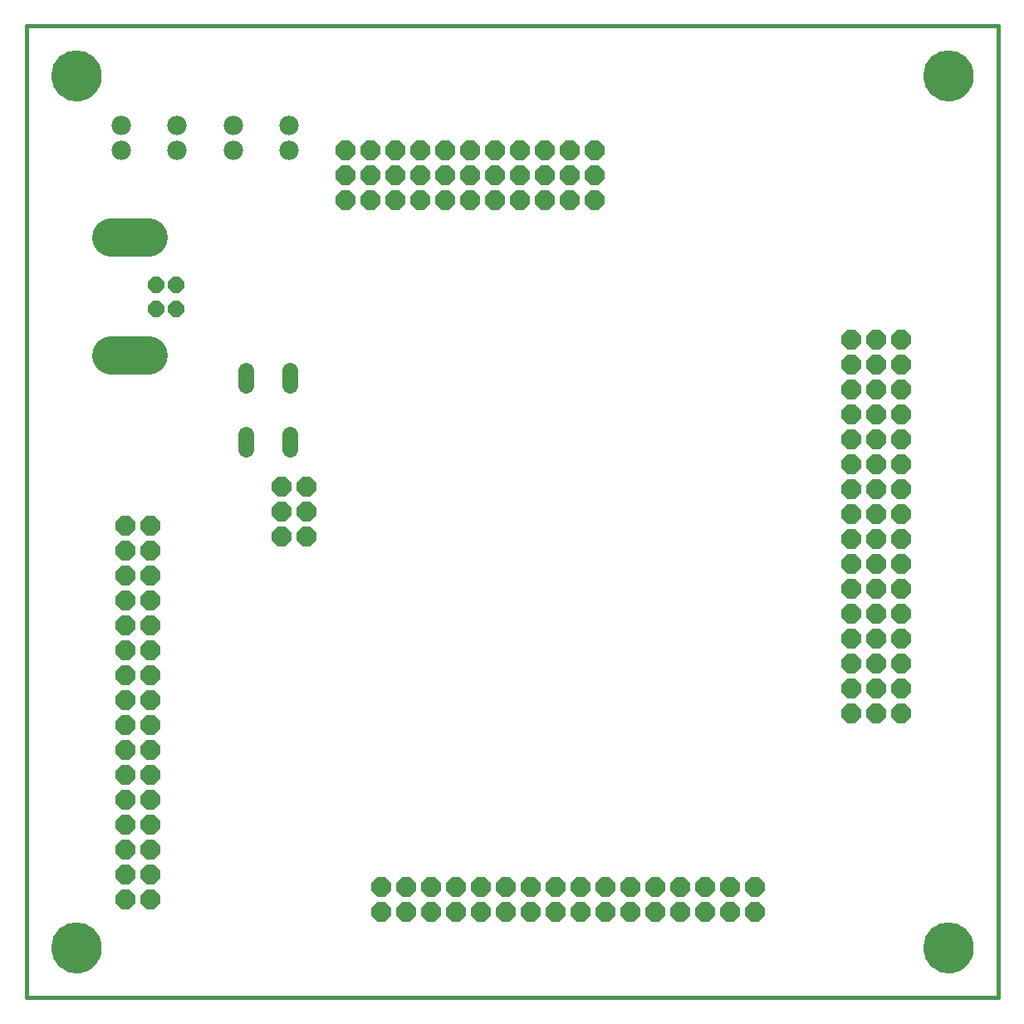
<source format=gbs>
G75*
%MOIN*%
%OFA0B0*%
%FSLAX24Y24*%
%IPPOS*%
%LPD*%
%AMOC8*
5,1,8,0,0,1.08239X$1,22.5*
%
%ADD10C,0.0160*%
%ADD11C,0.0000*%
%ADD12C,0.2020*%
%ADD13OC8,0.0780*%
%ADD14C,0.0780*%
%ADD15C,0.0640*%
%ADD16OC8,0.0634*%
%ADD17C,0.1542*%
D10*
X000400Y000180D02*
X039400Y000180D01*
X039400Y039180D01*
X000400Y039180D01*
X000400Y000180D01*
D11*
X001410Y002180D02*
X001412Y002243D01*
X001418Y002305D01*
X001428Y002367D01*
X001442Y002429D01*
X001459Y002489D01*
X001481Y002548D01*
X001506Y002605D01*
X001535Y002661D01*
X001567Y002715D01*
X001603Y002767D01*
X001642Y002816D01*
X001684Y002863D01*
X001728Y002907D01*
X001776Y002948D01*
X001826Y002986D01*
X001878Y003021D01*
X001932Y003053D01*
X001989Y003081D01*
X002047Y003105D01*
X002106Y003125D01*
X002167Y003142D01*
X002228Y003155D01*
X002290Y003164D01*
X002353Y003169D01*
X002416Y003170D01*
X002478Y003167D01*
X002541Y003160D01*
X002603Y003149D01*
X002664Y003134D01*
X002724Y003116D01*
X002782Y003093D01*
X002840Y003067D01*
X002895Y003037D01*
X002948Y003004D01*
X003000Y002968D01*
X003048Y002928D01*
X003094Y002886D01*
X003138Y002840D01*
X003178Y002792D01*
X003215Y002741D01*
X003249Y002689D01*
X003280Y002634D01*
X003307Y002577D01*
X003330Y002519D01*
X003350Y002459D01*
X003366Y002398D01*
X003378Y002336D01*
X003386Y002274D01*
X003390Y002211D01*
X003390Y002149D01*
X003386Y002086D01*
X003378Y002024D01*
X003366Y001962D01*
X003350Y001901D01*
X003330Y001841D01*
X003307Y001783D01*
X003280Y001726D01*
X003249Y001671D01*
X003215Y001619D01*
X003178Y001568D01*
X003138Y001520D01*
X003094Y001474D01*
X003048Y001432D01*
X003000Y001392D01*
X002948Y001356D01*
X002895Y001323D01*
X002840Y001293D01*
X002782Y001267D01*
X002724Y001244D01*
X002664Y001226D01*
X002603Y001211D01*
X002541Y001200D01*
X002478Y001193D01*
X002416Y001190D01*
X002353Y001191D01*
X002290Y001196D01*
X002228Y001205D01*
X002167Y001218D01*
X002106Y001235D01*
X002047Y001255D01*
X001989Y001279D01*
X001932Y001307D01*
X001878Y001339D01*
X001826Y001374D01*
X001776Y001412D01*
X001728Y001453D01*
X001684Y001497D01*
X001642Y001544D01*
X001603Y001593D01*
X001567Y001645D01*
X001535Y001699D01*
X001506Y001755D01*
X001481Y001812D01*
X001459Y001871D01*
X001442Y001931D01*
X001428Y001993D01*
X001418Y002055D01*
X001412Y002117D01*
X001410Y002180D01*
X001410Y037180D02*
X001412Y037243D01*
X001418Y037305D01*
X001428Y037367D01*
X001442Y037429D01*
X001459Y037489D01*
X001481Y037548D01*
X001506Y037605D01*
X001535Y037661D01*
X001567Y037715D01*
X001603Y037767D01*
X001642Y037816D01*
X001684Y037863D01*
X001728Y037907D01*
X001776Y037948D01*
X001826Y037986D01*
X001878Y038021D01*
X001932Y038053D01*
X001989Y038081D01*
X002047Y038105D01*
X002106Y038125D01*
X002167Y038142D01*
X002228Y038155D01*
X002290Y038164D01*
X002353Y038169D01*
X002416Y038170D01*
X002478Y038167D01*
X002541Y038160D01*
X002603Y038149D01*
X002664Y038134D01*
X002724Y038116D01*
X002782Y038093D01*
X002840Y038067D01*
X002895Y038037D01*
X002948Y038004D01*
X003000Y037968D01*
X003048Y037928D01*
X003094Y037886D01*
X003138Y037840D01*
X003178Y037792D01*
X003215Y037741D01*
X003249Y037689D01*
X003280Y037634D01*
X003307Y037577D01*
X003330Y037519D01*
X003350Y037459D01*
X003366Y037398D01*
X003378Y037336D01*
X003386Y037274D01*
X003390Y037211D01*
X003390Y037149D01*
X003386Y037086D01*
X003378Y037024D01*
X003366Y036962D01*
X003350Y036901D01*
X003330Y036841D01*
X003307Y036783D01*
X003280Y036726D01*
X003249Y036671D01*
X003215Y036619D01*
X003178Y036568D01*
X003138Y036520D01*
X003094Y036474D01*
X003048Y036432D01*
X003000Y036392D01*
X002948Y036356D01*
X002895Y036323D01*
X002840Y036293D01*
X002782Y036267D01*
X002724Y036244D01*
X002664Y036226D01*
X002603Y036211D01*
X002541Y036200D01*
X002478Y036193D01*
X002416Y036190D01*
X002353Y036191D01*
X002290Y036196D01*
X002228Y036205D01*
X002167Y036218D01*
X002106Y036235D01*
X002047Y036255D01*
X001989Y036279D01*
X001932Y036307D01*
X001878Y036339D01*
X001826Y036374D01*
X001776Y036412D01*
X001728Y036453D01*
X001684Y036497D01*
X001642Y036544D01*
X001603Y036593D01*
X001567Y036645D01*
X001535Y036699D01*
X001506Y036755D01*
X001481Y036812D01*
X001459Y036871D01*
X001442Y036931D01*
X001428Y036993D01*
X001418Y037055D01*
X001412Y037117D01*
X001410Y037180D01*
X036410Y037180D02*
X036412Y037243D01*
X036418Y037305D01*
X036428Y037367D01*
X036442Y037429D01*
X036459Y037489D01*
X036481Y037548D01*
X036506Y037605D01*
X036535Y037661D01*
X036567Y037715D01*
X036603Y037767D01*
X036642Y037816D01*
X036684Y037863D01*
X036728Y037907D01*
X036776Y037948D01*
X036826Y037986D01*
X036878Y038021D01*
X036932Y038053D01*
X036989Y038081D01*
X037047Y038105D01*
X037106Y038125D01*
X037167Y038142D01*
X037228Y038155D01*
X037290Y038164D01*
X037353Y038169D01*
X037416Y038170D01*
X037478Y038167D01*
X037541Y038160D01*
X037603Y038149D01*
X037664Y038134D01*
X037724Y038116D01*
X037782Y038093D01*
X037840Y038067D01*
X037895Y038037D01*
X037948Y038004D01*
X038000Y037968D01*
X038048Y037928D01*
X038094Y037886D01*
X038138Y037840D01*
X038178Y037792D01*
X038215Y037741D01*
X038249Y037689D01*
X038280Y037634D01*
X038307Y037577D01*
X038330Y037519D01*
X038350Y037459D01*
X038366Y037398D01*
X038378Y037336D01*
X038386Y037274D01*
X038390Y037211D01*
X038390Y037149D01*
X038386Y037086D01*
X038378Y037024D01*
X038366Y036962D01*
X038350Y036901D01*
X038330Y036841D01*
X038307Y036783D01*
X038280Y036726D01*
X038249Y036671D01*
X038215Y036619D01*
X038178Y036568D01*
X038138Y036520D01*
X038094Y036474D01*
X038048Y036432D01*
X038000Y036392D01*
X037948Y036356D01*
X037895Y036323D01*
X037840Y036293D01*
X037782Y036267D01*
X037724Y036244D01*
X037664Y036226D01*
X037603Y036211D01*
X037541Y036200D01*
X037478Y036193D01*
X037416Y036190D01*
X037353Y036191D01*
X037290Y036196D01*
X037228Y036205D01*
X037167Y036218D01*
X037106Y036235D01*
X037047Y036255D01*
X036989Y036279D01*
X036932Y036307D01*
X036878Y036339D01*
X036826Y036374D01*
X036776Y036412D01*
X036728Y036453D01*
X036684Y036497D01*
X036642Y036544D01*
X036603Y036593D01*
X036567Y036645D01*
X036535Y036699D01*
X036506Y036755D01*
X036481Y036812D01*
X036459Y036871D01*
X036442Y036931D01*
X036428Y036993D01*
X036418Y037055D01*
X036412Y037117D01*
X036410Y037180D01*
X036410Y002180D02*
X036412Y002243D01*
X036418Y002305D01*
X036428Y002367D01*
X036442Y002429D01*
X036459Y002489D01*
X036481Y002548D01*
X036506Y002605D01*
X036535Y002661D01*
X036567Y002715D01*
X036603Y002767D01*
X036642Y002816D01*
X036684Y002863D01*
X036728Y002907D01*
X036776Y002948D01*
X036826Y002986D01*
X036878Y003021D01*
X036932Y003053D01*
X036989Y003081D01*
X037047Y003105D01*
X037106Y003125D01*
X037167Y003142D01*
X037228Y003155D01*
X037290Y003164D01*
X037353Y003169D01*
X037416Y003170D01*
X037478Y003167D01*
X037541Y003160D01*
X037603Y003149D01*
X037664Y003134D01*
X037724Y003116D01*
X037782Y003093D01*
X037840Y003067D01*
X037895Y003037D01*
X037948Y003004D01*
X038000Y002968D01*
X038048Y002928D01*
X038094Y002886D01*
X038138Y002840D01*
X038178Y002792D01*
X038215Y002741D01*
X038249Y002689D01*
X038280Y002634D01*
X038307Y002577D01*
X038330Y002519D01*
X038350Y002459D01*
X038366Y002398D01*
X038378Y002336D01*
X038386Y002274D01*
X038390Y002211D01*
X038390Y002149D01*
X038386Y002086D01*
X038378Y002024D01*
X038366Y001962D01*
X038350Y001901D01*
X038330Y001841D01*
X038307Y001783D01*
X038280Y001726D01*
X038249Y001671D01*
X038215Y001619D01*
X038178Y001568D01*
X038138Y001520D01*
X038094Y001474D01*
X038048Y001432D01*
X038000Y001392D01*
X037948Y001356D01*
X037895Y001323D01*
X037840Y001293D01*
X037782Y001267D01*
X037724Y001244D01*
X037664Y001226D01*
X037603Y001211D01*
X037541Y001200D01*
X037478Y001193D01*
X037416Y001190D01*
X037353Y001191D01*
X037290Y001196D01*
X037228Y001205D01*
X037167Y001218D01*
X037106Y001235D01*
X037047Y001255D01*
X036989Y001279D01*
X036932Y001307D01*
X036878Y001339D01*
X036826Y001374D01*
X036776Y001412D01*
X036728Y001453D01*
X036684Y001497D01*
X036642Y001544D01*
X036603Y001593D01*
X036567Y001645D01*
X036535Y001699D01*
X036506Y001755D01*
X036481Y001812D01*
X036459Y001871D01*
X036442Y001931D01*
X036428Y001993D01*
X036418Y002055D01*
X036412Y002117D01*
X036410Y002180D01*
D12*
X037400Y002180D03*
X002400Y002180D03*
X002400Y037180D03*
X037400Y037180D03*
D13*
X035500Y026580D03*
X034500Y026580D03*
X034500Y025580D03*
X034500Y024580D03*
X035500Y024580D03*
X035500Y025580D03*
X035500Y023580D03*
X035500Y022580D03*
X034500Y022580D03*
X034500Y023580D03*
X033500Y023580D03*
X033500Y022580D03*
X033500Y021580D03*
X033500Y020580D03*
X033500Y019580D03*
X033500Y018580D03*
X033500Y017580D03*
X033500Y016580D03*
X033500Y015580D03*
X033500Y014580D03*
X033500Y013580D03*
X033500Y012580D03*
X033500Y011580D03*
X034500Y011580D03*
X034500Y012580D03*
X035500Y012580D03*
X035500Y011580D03*
X035500Y013580D03*
X034500Y013580D03*
X034500Y014580D03*
X034500Y015580D03*
X035500Y015580D03*
X035500Y014580D03*
X035500Y016580D03*
X035500Y017580D03*
X034500Y017580D03*
X034500Y016580D03*
X034500Y018580D03*
X034500Y019580D03*
X035500Y019580D03*
X035500Y018580D03*
X035500Y020580D03*
X035500Y021580D03*
X034500Y021580D03*
X034500Y020580D03*
X033500Y024580D03*
X033500Y025580D03*
X033500Y026580D03*
X023200Y032180D03*
X022200Y032180D03*
X022200Y033180D03*
X022200Y034180D03*
X023200Y034180D03*
X023200Y033180D03*
X021200Y033180D03*
X021200Y034180D03*
X020200Y034180D03*
X020200Y033180D03*
X020200Y032180D03*
X021200Y032180D03*
X019200Y032180D03*
X019200Y033180D03*
X019200Y034180D03*
X018200Y034180D03*
X018200Y033180D03*
X017200Y033180D03*
X017200Y034180D03*
X016200Y034180D03*
X016200Y033180D03*
X015200Y033180D03*
X015200Y034180D03*
X014200Y034180D03*
X014200Y033180D03*
X013200Y033180D03*
X013200Y034180D03*
X013200Y032180D03*
X014200Y032180D03*
X015200Y032180D03*
X016200Y032180D03*
X017200Y032180D03*
X018200Y032180D03*
X011650Y020680D03*
X011650Y019680D03*
X011650Y018680D03*
X010650Y018680D03*
X010650Y019680D03*
X010650Y020680D03*
X005363Y019118D03*
X005363Y018118D03*
X004363Y018118D03*
X004363Y019118D03*
X004363Y017118D03*
X005363Y017118D03*
X005363Y016118D03*
X005363Y015118D03*
X004363Y015118D03*
X004363Y016118D03*
X004363Y014118D03*
X005363Y014118D03*
X005363Y013118D03*
X004363Y013118D03*
X004363Y012118D03*
X005363Y012118D03*
X005363Y011118D03*
X004363Y011118D03*
X004363Y010118D03*
X005363Y010118D03*
X005363Y009118D03*
X004363Y009118D03*
X004363Y008118D03*
X005363Y008118D03*
X005363Y007118D03*
X004363Y007118D03*
X004363Y006118D03*
X005363Y006118D03*
X005363Y005118D03*
X004363Y005118D03*
X004363Y004118D03*
X005363Y004118D03*
X014650Y003630D03*
X014650Y004630D03*
X015650Y004630D03*
X015650Y003630D03*
X016650Y003630D03*
X016650Y004630D03*
X017650Y004630D03*
X017650Y003630D03*
X018650Y003630D03*
X018650Y004630D03*
X019650Y004630D03*
X019650Y003630D03*
X020650Y003630D03*
X020650Y004630D03*
X021650Y004630D03*
X021650Y003630D03*
X022650Y003630D03*
X022650Y004630D03*
X023650Y004630D03*
X023650Y003630D03*
X024650Y003630D03*
X024650Y004630D03*
X025650Y004630D03*
X025650Y003630D03*
X026650Y003630D03*
X026650Y004630D03*
X027650Y004630D03*
X027650Y003630D03*
X028650Y003630D03*
X028650Y004630D03*
X029650Y004630D03*
X029650Y003630D03*
D14*
X010950Y034180D03*
X010950Y035180D03*
X008700Y035180D03*
X008700Y034180D03*
X006450Y034180D03*
X006450Y035180D03*
X004200Y035180D03*
X004200Y034180D03*
D15*
X009210Y025360D02*
X009210Y024760D01*
X010990Y024760D02*
X010990Y025360D01*
X010990Y022800D02*
X010990Y022200D01*
X009210Y022200D02*
X009210Y022800D01*
D16*
X006400Y027820D03*
X005620Y027820D03*
X005620Y028800D03*
X006400Y028800D03*
D17*
X005301Y030680D02*
X003799Y030680D01*
X003799Y025940D02*
X005301Y025940D01*
M02*

</source>
